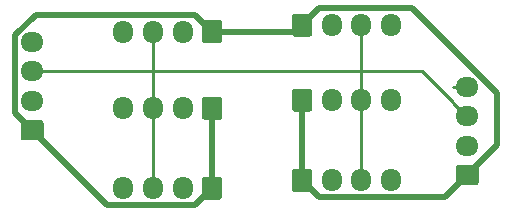
<source format=gbr>
G04 #@! TF.GenerationSoftware,KiCad,Pcbnew,(5.1.4)-1*
G04 #@! TF.CreationDate,2020-03-11T00:25:43-04:00*
G04 #@! TF.ProjectId,CAN_hub,43414e5f-6875-4622-9e6b-696361645f70,rev?*
G04 #@! TF.SameCoordinates,Original*
G04 #@! TF.FileFunction,Copper,L1,Top*
G04 #@! TF.FilePolarity,Positive*
%FSLAX46Y46*%
G04 Gerber Fmt 4.6, Leading zero omitted, Abs format (unit mm)*
G04 Created by KiCad (PCBNEW (5.1.4)-1) date 2020-03-11 00:25:43*
%MOMM*%
%LPD*%
G04 APERTURE LIST*
%ADD10O,1.700000X1.950000*%
%ADD11C,0.100000*%
%ADD12C,1.700000*%
%ADD13O,1.950000X1.700000*%
%ADD14C,0.508000*%
%ADD15C,0.250000*%
%ADD16C,0.254000*%
G04 APERTURE END LIST*
D10*
X30600000Y-36650000D03*
X33100000Y-36650000D03*
X35600000Y-36650000D03*
D11*
G36*
X38724504Y-35676204D02*
G01*
X38748773Y-35679804D01*
X38772571Y-35685765D01*
X38795671Y-35694030D01*
X38817849Y-35704520D01*
X38838893Y-35717133D01*
X38858598Y-35731747D01*
X38876777Y-35748223D01*
X38893253Y-35766402D01*
X38907867Y-35786107D01*
X38920480Y-35807151D01*
X38930970Y-35829329D01*
X38939235Y-35852429D01*
X38945196Y-35876227D01*
X38948796Y-35900496D01*
X38950000Y-35925000D01*
X38950000Y-37375000D01*
X38948796Y-37399504D01*
X38945196Y-37423773D01*
X38939235Y-37447571D01*
X38930970Y-37470671D01*
X38920480Y-37492849D01*
X38907867Y-37513893D01*
X38893253Y-37533598D01*
X38876777Y-37551777D01*
X38858598Y-37568253D01*
X38838893Y-37582867D01*
X38817849Y-37595480D01*
X38795671Y-37605970D01*
X38772571Y-37614235D01*
X38748773Y-37620196D01*
X38724504Y-37623796D01*
X38700000Y-37625000D01*
X37500000Y-37625000D01*
X37475496Y-37623796D01*
X37451227Y-37620196D01*
X37427429Y-37614235D01*
X37404329Y-37605970D01*
X37382151Y-37595480D01*
X37361107Y-37582867D01*
X37341402Y-37568253D01*
X37323223Y-37551777D01*
X37306747Y-37533598D01*
X37292133Y-37513893D01*
X37279520Y-37492849D01*
X37269030Y-37470671D01*
X37260765Y-37447571D01*
X37254804Y-37423773D01*
X37251204Y-37399504D01*
X37250000Y-37375000D01*
X37250000Y-35925000D01*
X37251204Y-35900496D01*
X37254804Y-35876227D01*
X37260765Y-35852429D01*
X37269030Y-35829329D01*
X37279520Y-35807151D01*
X37292133Y-35786107D01*
X37306747Y-35766402D01*
X37323223Y-35748223D01*
X37341402Y-35731747D01*
X37361107Y-35717133D01*
X37382151Y-35704520D01*
X37404329Y-35694030D01*
X37427429Y-35685765D01*
X37451227Y-35679804D01*
X37475496Y-35676204D01*
X37500000Y-35675000D01*
X38700000Y-35675000D01*
X38724504Y-35676204D01*
X38724504Y-35676204D01*
G37*
D12*
X38100000Y-36650000D03*
D13*
X22860000Y-24250000D03*
X22860000Y-26750000D03*
X22860000Y-29250000D03*
D11*
G36*
X23609504Y-30901204D02*
G01*
X23633773Y-30904804D01*
X23657571Y-30910765D01*
X23680671Y-30919030D01*
X23702849Y-30929520D01*
X23723893Y-30942133D01*
X23743598Y-30956747D01*
X23761777Y-30973223D01*
X23778253Y-30991402D01*
X23792867Y-31011107D01*
X23805480Y-31032151D01*
X23815970Y-31054329D01*
X23824235Y-31077429D01*
X23830196Y-31101227D01*
X23833796Y-31125496D01*
X23835000Y-31150000D01*
X23835000Y-32350000D01*
X23833796Y-32374504D01*
X23830196Y-32398773D01*
X23824235Y-32422571D01*
X23815970Y-32445671D01*
X23805480Y-32467849D01*
X23792867Y-32488893D01*
X23778253Y-32508598D01*
X23761777Y-32526777D01*
X23743598Y-32543253D01*
X23723893Y-32557867D01*
X23702849Y-32570480D01*
X23680671Y-32580970D01*
X23657571Y-32589235D01*
X23633773Y-32595196D01*
X23609504Y-32598796D01*
X23585000Y-32600000D01*
X22135000Y-32600000D01*
X22110496Y-32598796D01*
X22086227Y-32595196D01*
X22062429Y-32589235D01*
X22039329Y-32580970D01*
X22017151Y-32570480D01*
X21996107Y-32557867D01*
X21976402Y-32543253D01*
X21958223Y-32526777D01*
X21941747Y-32508598D01*
X21927133Y-32488893D01*
X21914520Y-32467849D01*
X21904030Y-32445671D01*
X21895765Y-32422571D01*
X21889804Y-32398773D01*
X21886204Y-32374504D01*
X21885000Y-32350000D01*
X21885000Y-31150000D01*
X21886204Y-31125496D01*
X21889804Y-31101227D01*
X21895765Y-31077429D01*
X21904030Y-31054329D01*
X21914520Y-31032151D01*
X21927133Y-31011107D01*
X21941747Y-30991402D01*
X21958223Y-30973223D01*
X21976402Y-30956747D01*
X21996107Y-30942133D01*
X22017151Y-30929520D01*
X22039329Y-30919030D01*
X22062429Y-30910765D01*
X22086227Y-30904804D01*
X22110496Y-30901204D01*
X22135000Y-30900000D01*
X23585000Y-30900000D01*
X23609504Y-30901204D01*
X23609504Y-30901204D01*
G37*
D12*
X22860000Y-31750000D03*
D10*
X53220000Y-22860000D03*
X50720000Y-22860000D03*
X48220000Y-22860000D03*
D11*
G36*
X46344504Y-21886204D02*
G01*
X46368773Y-21889804D01*
X46392571Y-21895765D01*
X46415671Y-21904030D01*
X46437849Y-21914520D01*
X46458893Y-21927133D01*
X46478598Y-21941747D01*
X46496777Y-21958223D01*
X46513253Y-21976402D01*
X46527867Y-21996107D01*
X46540480Y-22017151D01*
X46550970Y-22039329D01*
X46559235Y-22062429D01*
X46565196Y-22086227D01*
X46568796Y-22110496D01*
X46570000Y-22135000D01*
X46570000Y-23585000D01*
X46568796Y-23609504D01*
X46565196Y-23633773D01*
X46559235Y-23657571D01*
X46550970Y-23680671D01*
X46540480Y-23702849D01*
X46527867Y-23723893D01*
X46513253Y-23743598D01*
X46496777Y-23761777D01*
X46478598Y-23778253D01*
X46458893Y-23792867D01*
X46437849Y-23805480D01*
X46415671Y-23815970D01*
X46392571Y-23824235D01*
X46368773Y-23830196D01*
X46344504Y-23833796D01*
X46320000Y-23835000D01*
X45120000Y-23835000D01*
X45095496Y-23833796D01*
X45071227Y-23830196D01*
X45047429Y-23824235D01*
X45024329Y-23815970D01*
X45002151Y-23805480D01*
X44981107Y-23792867D01*
X44961402Y-23778253D01*
X44943223Y-23761777D01*
X44926747Y-23743598D01*
X44912133Y-23723893D01*
X44899520Y-23702849D01*
X44889030Y-23680671D01*
X44880765Y-23657571D01*
X44874804Y-23633773D01*
X44871204Y-23609504D01*
X44870000Y-23585000D01*
X44870000Y-22135000D01*
X44871204Y-22110496D01*
X44874804Y-22086227D01*
X44880765Y-22062429D01*
X44889030Y-22039329D01*
X44899520Y-22017151D01*
X44912133Y-21996107D01*
X44926747Y-21976402D01*
X44943223Y-21958223D01*
X44961402Y-21941747D01*
X44981107Y-21927133D01*
X45002151Y-21914520D01*
X45024329Y-21904030D01*
X45047429Y-21895765D01*
X45071227Y-21889804D01*
X45095496Y-21886204D01*
X45120000Y-21885000D01*
X46320000Y-21885000D01*
X46344504Y-21886204D01*
X46344504Y-21886204D01*
G37*
D12*
X45720000Y-22860000D03*
D13*
X59690000Y-28060000D03*
X59690000Y-30560000D03*
X59690000Y-33060000D03*
D11*
G36*
X60439504Y-34711204D02*
G01*
X60463773Y-34714804D01*
X60487571Y-34720765D01*
X60510671Y-34729030D01*
X60532849Y-34739520D01*
X60553893Y-34752133D01*
X60573598Y-34766747D01*
X60591777Y-34783223D01*
X60608253Y-34801402D01*
X60622867Y-34821107D01*
X60635480Y-34842151D01*
X60645970Y-34864329D01*
X60654235Y-34887429D01*
X60660196Y-34911227D01*
X60663796Y-34935496D01*
X60665000Y-34960000D01*
X60665000Y-36160000D01*
X60663796Y-36184504D01*
X60660196Y-36208773D01*
X60654235Y-36232571D01*
X60645970Y-36255671D01*
X60635480Y-36277849D01*
X60622867Y-36298893D01*
X60608253Y-36318598D01*
X60591777Y-36336777D01*
X60573598Y-36353253D01*
X60553893Y-36367867D01*
X60532849Y-36380480D01*
X60510671Y-36390970D01*
X60487571Y-36399235D01*
X60463773Y-36405196D01*
X60439504Y-36408796D01*
X60415000Y-36410000D01*
X58965000Y-36410000D01*
X58940496Y-36408796D01*
X58916227Y-36405196D01*
X58892429Y-36399235D01*
X58869329Y-36390970D01*
X58847151Y-36380480D01*
X58826107Y-36367867D01*
X58806402Y-36353253D01*
X58788223Y-36336777D01*
X58771747Y-36318598D01*
X58757133Y-36298893D01*
X58744520Y-36277849D01*
X58734030Y-36255671D01*
X58725765Y-36232571D01*
X58719804Y-36208773D01*
X58716204Y-36184504D01*
X58715000Y-36160000D01*
X58715000Y-34960000D01*
X58716204Y-34935496D01*
X58719804Y-34911227D01*
X58725765Y-34887429D01*
X58734030Y-34864329D01*
X58744520Y-34842151D01*
X58757133Y-34821107D01*
X58771747Y-34801402D01*
X58788223Y-34783223D01*
X58806402Y-34766747D01*
X58826107Y-34752133D01*
X58847151Y-34739520D01*
X58869329Y-34729030D01*
X58892429Y-34720765D01*
X58916227Y-34714804D01*
X58940496Y-34711204D01*
X58965000Y-34710000D01*
X60415000Y-34710000D01*
X60439504Y-34711204D01*
X60439504Y-34711204D01*
G37*
D12*
X59690000Y-35560000D03*
D10*
X53220000Y-29210000D03*
X50720000Y-29210000D03*
X48220000Y-29210000D03*
D11*
G36*
X46344504Y-28236204D02*
G01*
X46368773Y-28239804D01*
X46392571Y-28245765D01*
X46415671Y-28254030D01*
X46437849Y-28264520D01*
X46458893Y-28277133D01*
X46478598Y-28291747D01*
X46496777Y-28308223D01*
X46513253Y-28326402D01*
X46527867Y-28346107D01*
X46540480Y-28367151D01*
X46550970Y-28389329D01*
X46559235Y-28412429D01*
X46565196Y-28436227D01*
X46568796Y-28460496D01*
X46570000Y-28485000D01*
X46570000Y-29935000D01*
X46568796Y-29959504D01*
X46565196Y-29983773D01*
X46559235Y-30007571D01*
X46550970Y-30030671D01*
X46540480Y-30052849D01*
X46527867Y-30073893D01*
X46513253Y-30093598D01*
X46496777Y-30111777D01*
X46478598Y-30128253D01*
X46458893Y-30142867D01*
X46437849Y-30155480D01*
X46415671Y-30165970D01*
X46392571Y-30174235D01*
X46368773Y-30180196D01*
X46344504Y-30183796D01*
X46320000Y-30185000D01*
X45120000Y-30185000D01*
X45095496Y-30183796D01*
X45071227Y-30180196D01*
X45047429Y-30174235D01*
X45024329Y-30165970D01*
X45002151Y-30155480D01*
X44981107Y-30142867D01*
X44961402Y-30128253D01*
X44943223Y-30111777D01*
X44926747Y-30093598D01*
X44912133Y-30073893D01*
X44899520Y-30052849D01*
X44889030Y-30030671D01*
X44880765Y-30007571D01*
X44874804Y-29983773D01*
X44871204Y-29959504D01*
X44870000Y-29935000D01*
X44870000Y-28485000D01*
X44871204Y-28460496D01*
X44874804Y-28436227D01*
X44880765Y-28412429D01*
X44889030Y-28389329D01*
X44899520Y-28367151D01*
X44912133Y-28346107D01*
X44926747Y-28326402D01*
X44943223Y-28308223D01*
X44961402Y-28291747D01*
X44981107Y-28277133D01*
X45002151Y-28264520D01*
X45024329Y-28254030D01*
X45047429Y-28245765D01*
X45071227Y-28239804D01*
X45095496Y-28236204D01*
X45120000Y-28235000D01*
X46320000Y-28235000D01*
X46344504Y-28236204D01*
X46344504Y-28236204D01*
G37*
D12*
X45720000Y-29210000D03*
D10*
X30600000Y-29900000D03*
X33100000Y-29900000D03*
X35600000Y-29900000D03*
D11*
G36*
X38724504Y-28926204D02*
G01*
X38748773Y-28929804D01*
X38772571Y-28935765D01*
X38795671Y-28944030D01*
X38817849Y-28954520D01*
X38838893Y-28967133D01*
X38858598Y-28981747D01*
X38876777Y-28998223D01*
X38893253Y-29016402D01*
X38907867Y-29036107D01*
X38920480Y-29057151D01*
X38930970Y-29079329D01*
X38939235Y-29102429D01*
X38945196Y-29126227D01*
X38948796Y-29150496D01*
X38950000Y-29175000D01*
X38950000Y-30625000D01*
X38948796Y-30649504D01*
X38945196Y-30673773D01*
X38939235Y-30697571D01*
X38930970Y-30720671D01*
X38920480Y-30742849D01*
X38907867Y-30763893D01*
X38893253Y-30783598D01*
X38876777Y-30801777D01*
X38858598Y-30818253D01*
X38838893Y-30832867D01*
X38817849Y-30845480D01*
X38795671Y-30855970D01*
X38772571Y-30864235D01*
X38748773Y-30870196D01*
X38724504Y-30873796D01*
X38700000Y-30875000D01*
X37500000Y-30875000D01*
X37475496Y-30873796D01*
X37451227Y-30870196D01*
X37427429Y-30864235D01*
X37404329Y-30855970D01*
X37382151Y-30845480D01*
X37361107Y-30832867D01*
X37341402Y-30818253D01*
X37323223Y-30801777D01*
X37306747Y-30783598D01*
X37292133Y-30763893D01*
X37279520Y-30742849D01*
X37269030Y-30720671D01*
X37260765Y-30697571D01*
X37254804Y-30673773D01*
X37251204Y-30649504D01*
X37250000Y-30625000D01*
X37250000Y-29175000D01*
X37251204Y-29150496D01*
X37254804Y-29126227D01*
X37260765Y-29102429D01*
X37269030Y-29079329D01*
X37279520Y-29057151D01*
X37292133Y-29036107D01*
X37306747Y-29016402D01*
X37323223Y-28998223D01*
X37341402Y-28981747D01*
X37361107Y-28967133D01*
X37382151Y-28954520D01*
X37404329Y-28944030D01*
X37427429Y-28935765D01*
X37451227Y-28929804D01*
X37475496Y-28926204D01*
X37500000Y-28925000D01*
X38700000Y-28925000D01*
X38724504Y-28926204D01*
X38724504Y-28926204D01*
G37*
D12*
X38100000Y-29900000D03*
D10*
X53220000Y-36000000D03*
X50720000Y-36000000D03*
X48220000Y-36000000D03*
D11*
G36*
X46344504Y-35026204D02*
G01*
X46368773Y-35029804D01*
X46392571Y-35035765D01*
X46415671Y-35044030D01*
X46437849Y-35054520D01*
X46458893Y-35067133D01*
X46478598Y-35081747D01*
X46496777Y-35098223D01*
X46513253Y-35116402D01*
X46527867Y-35136107D01*
X46540480Y-35157151D01*
X46550970Y-35179329D01*
X46559235Y-35202429D01*
X46565196Y-35226227D01*
X46568796Y-35250496D01*
X46570000Y-35275000D01*
X46570000Y-36725000D01*
X46568796Y-36749504D01*
X46565196Y-36773773D01*
X46559235Y-36797571D01*
X46550970Y-36820671D01*
X46540480Y-36842849D01*
X46527867Y-36863893D01*
X46513253Y-36883598D01*
X46496777Y-36901777D01*
X46478598Y-36918253D01*
X46458893Y-36932867D01*
X46437849Y-36945480D01*
X46415671Y-36955970D01*
X46392571Y-36964235D01*
X46368773Y-36970196D01*
X46344504Y-36973796D01*
X46320000Y-36975000D01*
X45120000Y-36975000D01*
X45095496Y-36973796D01*
X45071227Y-36970196D01*
X45047429Y-36964235D01*
X45024329Y-36955970D01*
X45002151Y-36945480D01*
X44981107Y-36932867D01*
X44961402Y-36918253D01*
X44943223Y-36901777D01*
X44926747Y-36883598D01*
X44912133Y-36863893D01*
X44899520Y-36842849D01*
X44889030Y-36820671D01*
X44880765Y-36797571D01*
X44874804Y-36773773D01*
X44871204Y-36749504D01*
X44870000Y-36725000D01*
X44870000Y-35275000D01*
X44871204Y-35250496D01*
X44874804Y-35226227D01*
X44880765Y-35202429D01*
X44889030Y-35179329D01*
X44899520Y-35157151D01*
X44912133Y-35136107D01*
X44926747Y-35116402D01*
X44943223Y-35098223D01*
X44961402Y-35081747D01*
X44981107Y-35067133D01*
X45002151Y-35054520D01*
X45024329Y-35044030D01*
X45047429Y-35035765D01*
X45071227Y-35029804D01*
X45095496Y-35026204D01*
X45120000Y-35025000D01*
X46320000Y-35025000D01*
X46344504Y-35026204D01*
X46344504Y-35026204D01*
G37*
D12*
X45720000Y-36000000D03*
D10*
X30600000Y-23400000D03*
X33100000Y-23400000D03*
X35600000Y-23400000D03*
D11*
G36*
X38724504Y-22426204D02*
G01*
X38748773Y-22429804D01*
X38772571Y-22435765D01*
X38795671Y-22444030D01*
X38817849Y-22454520D01*
X38838893Y-22467133D01*
X38858598Y-22481747D01*
X38876777Y-22498223D01*
X38893253Y-22516402D01*
X38907867Y-22536107D01*
X38920480Y-22557151D01*
X38930970Y-22579329D01*
X38939235Y-22602429D01*
X38945196Y-22626227D01*
X38948796Y-22650496D01*
X38950000Y-22675000D01*
X38950000Y-24125000D01*
X38948796Y-24149504D01*
X38945196Y-24173773D01*
X38939235Y-24197571D01*
X38930970Y-24220671D01*
X38920480Y-24242849D01*
X38907867Y-24263893D01*
X38893253Y-24283598D01*
X38876777Y-24301777D01*
X38858598Y-24318253D01*
X38838893Y-24332867D01*
X38817849Y-24345480D01*
X38795671Y-24355970D01*
X38772571Y-24364235D01*
X38748773Y-24370196D01*
X38724504Y-24373796D01*
X38700000Y-24375000D01*
X37500000Y-24375000D01*
X37475496Y-24373796D01*
X37451227Y-24370196D01*
X37427429Y-24364235D01*
X37404329Y-24355970D01*
X37382151Y-24345480D01*
X37361107Y-24332867D01*
X37341402Y-24318253D01*
X37323223Y-24301777D01*
X37306747Y-24283598D01*
X37292133Y-24263893D01*
X37279520Y-24242849D01*
X37269030Y-24220671D01*
X37260765Y-24197571D01*
X37254804Y-24173773D01*
X37251204Y-24149504D01*
X37250000Y-24125000D01*
X37250000Y-22675000D01*
X37251204Y-22650496D01*
X37254804Y-22626227D01*
X37260765Y-22602429D01*
X37269030Y-22579329D01*
X37279520Y-22557151D01*
X37292133Y-22536107D01*
X37306747Y-22516402D01*
X37323223Y-22498223D01*
X37341402Y-22481747D01*
X37361107Y-22467133D01*
X37382151Y-22454520D01*
X37404329Y-22444030D01*
X37427429Y-22435765D01*
X37451227Y-22429804D01*
X37475496Y-22426204D01*
X37500000Y-22425000D01*
X38700000Y-22425000D01*
X38724504Y-22426204D01*
X38724504Y-22426204D01*
G37*
D12*
X38100000Y-23400000D03*
D14*
X37201628Y-37548372D02*
X38100000Y-36650000D01*
X36670990Y-38079010D02*
X37201628Y-37548372D01*
X29189010Y-38079010D02*
X36670990Y-38079010D01*
X22860000Y-31750000D02*
X29189010Y-38079010D01*
X38100000Y-36650000D02*
X38100000Y-29900000D01*
X37201628Y-22501628D02*
X38100000Y-23400000D01*
X36670990Y-21970990D02*
X37201628Y-22501628D01*
X23169862Y-21970990D02*
X36670990Y-21970990D01*
X21430990Y-23709862D02*
X23169862Y-21970990D01*
X21430990Y-30320990D02*
X21430990Y-23709862D01*
X22860000Y-31750000D02*
X21430990Y-30320990D01*
X45180000Y-23400000D02*
X45720000Y-22860000D01*
X38100000Y-23400000D02*
X45180000Y-23400000D01*
X55030138Y-21430990D02*
X62230000Y-28630852D01*
X62230000Y-33020000D02*
X59690000Y-35560000D01*
X62230000Y-28630852D02*
X62230000Y-33020000D01*
X45720000Y-36000000D02*
X45720000Y-29210000D01*
X58791628Y-36458372D02*
X59690000Y-35560000D01*
X57820990Y-37429010D02*
X58791628Y-36458372D01*
X47149010Y-37429010D02*
X57820990Y-37429010D01*
X45720000Y-36000000D02*
X47149010Y-37429010D01*
X47149010Y-21430990D02*
X55030138Y-21430990D01*
X45720000Y-22860000D02*
X47149010Y-21430990D01*
D15*
X59690000Y-30520000D02*
X59565000Y-30520000D01*
X59690000Y-30520000D02*
X59815000Y-30520000D01*
X53220000Y-22735000D02*
X53220000Y-22860000D01*
X53220000Y-22860000D02*
X53220000Y-22985000D01*
X50720000Y-22735000D02*
X50720000Y-22860000D01*
X48220000Y-22735000D02*
X48220000Y-22860000D01*
X35600000Y-24130000D02*
X35600000Y-24005000D01*
X59690000Y-28020000D02*
X59565000Y-28020000D01*
X59690000Y-28020000D02*
X59815000Y-28020000D01*
X22860000Y-24250000D02*
X22985000Y-24250000D01*
X58465000Y-28060000D02*
X59690000Y-28060000D01*
X22860000Y-26750000D02*
X22985000Y-26750000D01*
D16*
X59565000Y-30560000D02*
X59690000Y-30560000D01*
X58461000Y-29456000D02*
X59565000Y-30560000D01*
X58461000Y-29331000D02*
X58461000Y-29456000D01*
X55880000Y-26750000D02*
X58461000Y-29331000D01*
X22860000Y-26750000D02*
X33100000Y-26750000D01*
X33100000Y-26590000D02*
X33100000Y-29900000D01*
X33100000Y-26590000D02*
X33100000Y-23400000D01*
X33100000Y-26750000D02*
X33100000Y-26590000D01*
X33100000Y-29900000D02*
X33100000Y-36650000D01*
X50720000Y-30439000D02*
X50720000Y-36000000D01*
X50720000Y-29210000D02*
X50720000Y-30439000D01*
X50720000Y-29210000D02*
X50720000Y-27981000D01*
X50720000Y-24089000D02*
X50720000Y-26750000D01*
X50720000Y-22860000D02*
X50720000Y-24089000D01*
X33100000Y-26750000D02*
X50720000Y-26750000D01*
X50720000Y-26750000D02*
X55880000Y-26750000D01*
X50720000Y-27981000D02*
X50720000Y-26750000D01*
D15*
X35600000Y-36955000D02*
X35600000Y-36830000D01*
M02*

</source>
